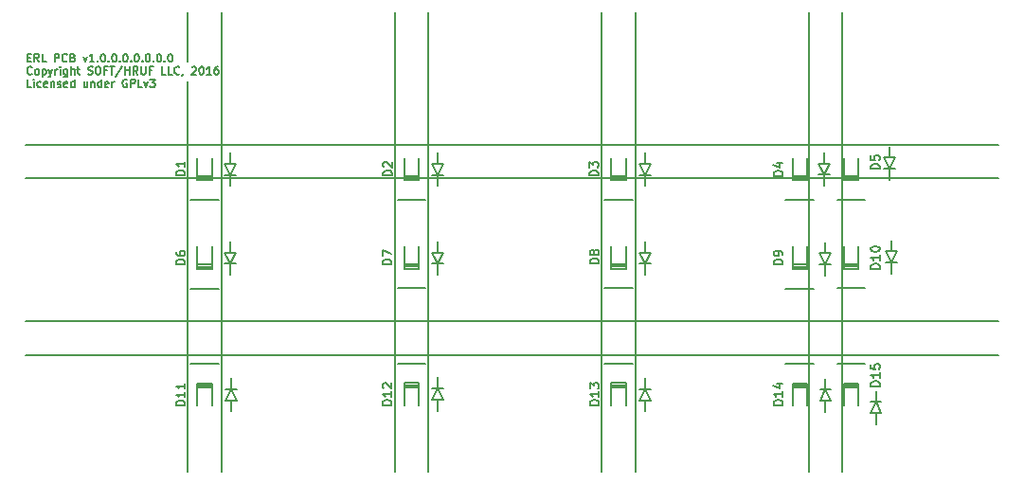
<source format=gto>
G04 #@! TF.FileFunction,Legend,Top*
%FSLAX46Y46*%
G04 Gerber Fmt 4.6, Leading zero omitted, Abs format (unit mm)*
G04 Created by KiCad (PCBNEW 4.0.1-stable) date Sunday, May 29, 2016 'PMt' 06:37:48 PM*
%MOMM*%
G01*
G04 APERTURE LIST*
%ADD10C,0.100000*%
%ADD11C,0.200000*%
%ADD12C,0.150000*%
G04 APERTURE END LIST*
D10*
D11*
X19314398Y-14499468D02*
X19814398Y-14499468D01*
X19814398Y-14499468D02*
X19314398Y-15499468D01*
X19814398Y-15499468D02*
X18814398Y-15499468D01*
X19317436Y-22444136D02*
X18817436Y-22444136D01*
X19317436Y-23444136D02*
X19317436Y-24444136D01*
X18817436Y-22444136D02*
X19317436Y-23444136D01*
X19817436Y-23444136D02*
X18817436Y-23444136D01*
X19317436Y-22444136D02*
X19817436Y-22444136D01*
X19817436Y-22444136D02*
X19317436Y-23444136D01*
X19317436Y-21444136D02*
X19317436Y-22444136D01*
X19314398Y-14499468D02*
X18814398Y-14499468D01*
X19314398Y-15499468D02*
X19314398Y-16499468D01*
X19314398Y-13499468D02*
X19314398Y-14499468D01*
X18814398Y-14499468D02*
X19314398Y-15499468D01*
X37814398Y-14499468D02*
X38314398Y-14499468D01*
X38314398Y-14499468D02*
X37814398Y-15499468D01*
X38314398Y-15499468D02*
X37314398Y-15499468D01*
X37817436Y-22444136D02*
X37317436Y-22444136D01*
X37817436Y-23444136D02*
X37817436Y-24444136D01*
X37317436Y-22444136D02*
X37817436Y-23444136D01*
X38317436Y-23444136D02*
X37317436Y-23444136D01*
X37817436Y-22444136D02*
X38317436Y-22444136D01*
X38317436Y-22444136D02*
X37817436Y-23444136D01*
X37817436Y-21444136D02*
X37817436Y-22444136D01*
X37814398Y-14499468D02*
X37314398Y-14499468D01*
X37814398Y-15499468D02*
X37814398Y-16499468D01*
X37814398Y-13499468D02*
X37814398Y-14499468D01*
X37314398Y-14499468D02*
X37814398Y-15499468D01*
X77000000Y-35800000D02*
X77000000Y-34800000D01*
X77000000Y-36800000D02*
X77500000Y-36800000D01*
X77500000Y-36800000D02*
X77000000Y-35800000D01*
X76500000Y-35800000D02*
X77500000Y-35800000D01*
X77000000Y-36800000D02*
X76500000Y-36800000D01*
X77000000Y-37800000D02*
X77000000Y-36800000D01*
X76500000Y-36800000D02*
X77000000Y-35800000D01*
X72500000Y-34700000D02*
X72500000Y-33700000D01*
X72500000Y-35700000D02*
X73000000Y-35700000D01*
X73000000Y-35700000D02*
X72500000Y-34700000D01*
X72000000Y-34700000D02*
X73000000Y-34700000D01*
X72500000Y-35700000D02*
X72000000Y-35700000D01*
X72500000Y-36700000D02*
X72500000Y-35700000D01*
X72000000Y-35700000D02*
X72500000Y-34700000D01*
X18850000Y-34650000D02*
X19850000Y-34650000D01*
X19350000Y-34650000D02*
X19350000Y-33650000D01*
X19850000Y-35650000D02*
X19350000Y-34650000D01*
X19350000Y-35650000D02*
X19850000Y-35650000D01*
X18850000Y-35650000D02*
X19350000Y-34650000D01*
X19350000Y-35650000D02*
X18850000Y-35650000D01*
X19350000Y-36650000D02*
X19350000Y-35650000D01*
X37350000Y-34600000D02*
X38350000Y-34600000D01*
X37850000Y-34600000D02*
X37850000Y-33600000D01*
X38350000Y-35600000D02*
X37850000Y-34600000D01*
X37850000Y-35600000D02*
X38350000Y-35600000D01*
X37350000Y-35600000D02*
X37850000Y-34600000D01*
X37850000Y-35600000D02*
X37350000Y-35600000D01*
X37850000Y-36600000D02*
X37850000Y-35600000D01*
X72454736Y-22508258D02*
X71954736Y-22508258D01*
X71954736Y-22508258D02*
X72454736Y-23508258D01*
X72454736Y-21508258D02*
X72454736Y-22508258D01*
X72454736Y-22508258D02*
X72954736Y-22508258D01*
X72954736Y-22508258D02*
X72454736Y-23508258D01*
X72454736Y-23508258D02*
X72454736Y-24508258D01*
X72954736Y-23508258D02*
X71954736Y-23508258D01*
X78390218Y-22342850D02*
X77890218Y-22342850D01*
X77890218Y-22342850D02*
X78390218Y-23342850D01*
X78390218Y-21342850D02*
X78390218Y-22342850D01*
X78390218Y-22342850D02*
X78890218Y-22342850D01*
X78890218Y-22342850D02*
X78390218Y-23342850D01*
X78390218Y-23342850D02*
X78390218Y-24342850D01*
X78890218Y-23342850D02*
X77890218Y-23342850D01*
X78244046Y-13960606D02*
X77744046Y-13960606D01*
X77744046Y-13960606D02*
X78244046Y-14960606D01*
X78244046Y-12960606D02*
X78244046Y-13960606D01*
X78244046Y-13960606D02*
X78744046Y-13960606D01*
X78744046Y-13960606D02*
X78244046Y-14960606D01*
X78244046Y-14960606D02*
X78244046Y-15960606D01*
X78744046Y-14960606D02*
X77744046Y-14960606D01*
X72357998Y-14483836D02*
X71857998Y-14483836D01*
X71857998Y-14483836D02*
X72357998Y-15483836D01*
X72357998Y-13483836D02*
X72357998Y-14483836D01*
X72357998Y-14483836D02*
X72857998Y-14483836D01*
X72857998Y-14483836D02*
X72357998Y-15483836D01*
X72357998Y-15483836D02*
X72357998Y-16483836D01*
X72857998Y-15483836D02*
X71857998Y-15483836D01*
X56364398Y-13499468D02*
X56364398Y-14499468D01*
X55864398Y-14499468D02*
X56364398Y-15499468D01*
X56364398Y-15499468D02*
X56364398Y-16499468D01*
X56864398Y-14499468D02*
X56364398Y-15499468D01*
X56864398Y-15499468D02*
X55864398Y-15499468D01*
X56364398Y-14499468D02*
X56864398Y-14499468D01*
X56364398Y-14499468D02*
X55864398Y-14499468D01*
X56367436Y-23444136D02*
X56367436Y-24444136D01*
X56867436Y-23444136D02*
X55867436Y-23444136D01*
X56367436Y-21444136D02*
X56367436Y-22444136D01*
X56867436Y-22444136D02*
X56367436Y-23444136D01*
X56367436Y-22444136D02*
X56867436Y-22444136D01*
X56367436Y-22444136D02*
X55867436Y-22444136D01*
X55867436Y-22444136D02*
X56367436Y-23444136D01*
X56900000Y-35650000D02*
X56400000Y-34650000D01*
X56400000Y-35650000D02*
X56900000Y-35650000D01*
X55900000Y-34650000D02*
X56900000Y-34650000D01*
X56400000Y-34650000D02*
X56400000Y-33650000D01*
X55900000Y-35650000D02*
X56400000Y-34650000D01*
X56400000Y-35650000D02*
X55900000Y-35650000D01*
X56400000Y-36650000D02*
X56400000Y-35650000D01*
X15500000Y-1000000D02*
X15500000Y-5350000D01*
X1000000Y-31600000D02*
X88000000Y-31600000D01*
X1000000Y-28600000D02*
X88000000Y-28600000D01*
X1000000Y-15800000D02*
X88000000Y-15800000D01*
X1000000Y-12800000D02*
X88000000Y-12800000D01*
X71000000Y-1000000D02*
X71000000Y-42000000D01*
X52500000Y-1000000D02*
X52500000Y-42000000D01*
X34000000Y-1000000D02*
X34000000Y-42000000D01*
X74000000Y-1000000D02*
X74000000Y-42000000D01*
X55500000Y-1000000D02*
X55500000Y-42000000D01*
X37000000Y-1000000D02*
X37000000Y-42000000D01*
X18500000Y-1000000D02*
X18500000Y-42000000D01*
X15500000Y-7150000D02*
X15500000Y-42000000D01*
D12*
X1166667Y-5020000D02*
X1400000Y-5020000D01*
X1500000Y-5386667D02*
X1166667Y-5386667D01*
X1166667Y-4686667D01*
X1500000Y-4686667D01*
X2200000Y-5386667D02*
X1966666Y-5053333D01*
X1800000Y-5386667D02*
X1800000Y-4686667D01*
X2066666Y-4686667D01*
X2133333Y-4720000D01*
X2166666Y-4753333D01*
X2200000Y-4820000D01*
X2200000Y-4920000D01*
X2166666Y-4986667D01*
X2133333Y-5020000D01*
X2066666Y-5053333D01*
X1800000Y-5053333D01*
X2833333Y-5386667D02*
X2500000Y-5386667D01*
X2500000Y-4686667D01*
X3600000Y-5386667D02*
X3600000Y-4686667D01*
X3866666Y-4686667D01*
X3933333Y-4720000D01*
X3966666Y-4753333D01*
X4000000Y-4820000D01*
X4000000Y-4920000D01*
X3966666Y-4986667D01*
X3933333Y-5020000D01*
X3866666Y-5053333D01*
X3600000Y-5053333D01*
X4700000Y-5320000D02*
X4666666Y-5353333D01*
X4566666Y-5386667D01*
X4500000Y-5386667D01*
X4400000Y-5353333D01*
X4333333Y-5286667D01*
X4300000Y-5220000D01*
X4266666Y-5086667D01*
X4266666Y-4986667D01*
X4300000Y-4853333D01*
X4333333Y-4786667D01*
X4400000Y-4720000D01*
X4500000Y-4686667D01*
X4566666Y-4686667D01*
X4666666Y-4720000D01*
X4700000Y-4753333D01*
X5233333Y-5020000D02*
X5333333Y-5053333D01*
X5366666Y-5086667D01*
X5400000Y-5153333D01*
X5400000Y-5253333D01*
X5366666Y-5320000D01*
X5333333Y-5353333D01*
X5266666Y-5386667D01*
X5000000Y-5386667D01*
X5000000Y-4686667D01*
X5233333Y-4686667D01*
X5300000Y-4720000D01*
X5333333Y-4753333D01*
X5366666Y-4820000D01*
X5366666Y-4886667D01*
X5333333Y-4953333D01*
X5300000Y-4986667D01*
X5233333Y-5020000D01*
X5000000Y-5020000D01*
X6166666Y-4920000D02*
X6333333Y-5386667D01*
X6499999Y-4920000D01*
X7133332Y-5386667D02*
X6733332Y-5386667D01*
X6933332Y-5386667D02*
X6933332Y-4686667D01*
X6866666Y-4786667D01*
X6799999Y-4853333D01*
X6733332Y-4886667D01*
X7433333Y-5320000D02*
X7466666Y-5353333D01*
X7433333Y-5386667D01*
X7399999Y-5353333D01*
X7433333Y-5320000D01*
X7433333Y-5386667D01*
X7899999Y-4686667D02*
X7966666Y-4686667D01*
X8033332Y-4720000D01*
X8066666Y-4753333D01*
X8099999Y-4820000D01*
X8133332Y-4953333D01*
X8133332Y-5120000D01*
X8099999Y-5253333D01*
X8066666Y-5320000D01*
X8033332Y-5353333D01*
X7966666Y-5386667D01*
X7899999Y-5386667D01*
X7833332Y-5353333D01*
X7799999Y-5320000D01*
X7766666Y-5253333D01*
X7733332Y-5120000D01*
X7733332Y-4953333D01*
X7766666Y-4820000D01*
X7799999Y-4753333D01*
X7833332Y-4720000D01*
X7899999Y-4686667D01*
X8433333Y-5320000D02*
X8466666Y-5353333D01*
X8433333Y-5386667D01*
X8399999Y-5353333D01*
X8433333Y-5320000D01*
X8433333Y-5386667D01*
X8899999Y-4686667D02*
X8966666Y-4686667D01*
X9033332Y-4720000D01*
X9066666Y-4753333D01*
X9099999Y-4820000D01*
X9133332Y-4953333D01*
X9133332Y-5120000D01*
X9099999Y-5253333D01*
X9066666Y-5320000D01*
X9033332Y-5353333D01*
X8966666Y-5386667D01*
X8899999Y-5386667D01*
X8833332Y-5353333D01*
X8799999Y-5320000D01*
X8766666Y-5253333D01*
X8733332Y-5120000D01*
X8733332Y-4953333D01*
X8766666Y-4820000D01*
X8799999Y-4753333D01*
X8833332Y-4720000D01*
X8899999Y-4686667D01*
X9433333Y-5320000D02*
X9466666Y-5353333D01*
X9433333Y-5386667D01*
X9399999Y-5353333D01*
X9433333Y-5320000D01*
X9433333Y-5386667D01*
X9899999Y-4686667D02*
X9966666Y-4686667D01*
X10033332Y-4720000D01*
X10066666Y-4753333D01*
X10099999Y-4820000D01*
X10133332Y-4953333D01*
X10133332Y-5120000D01*
X10099999Y-5253333D01*
X10066666Y-5320000D01*
X10033332Y-5353333D01*
X9966666Y-5386667D01*
X9899999Y-5386667D01*
X9833332Y-5353333D01*
X9799999Y-5320000D01*
X9766666Y-5253333D01*
X9733332Y-5120000D01*
X9733332Y-4953333D01*
X9766666Y-4820000D01*
X9799999Y-4753333D01*
X9833332Y-4720000D01*
X9899999Y-4686667D01*
X10433333Y-5320000D02*
X10466666Y-5353333D01*
X10433333Y-5386667D01*
X10399999Y-5353333D01*
X10433333Y-5320000D01*
X10433333Y-5386667D01*
X10899999Y-4686667D02*
X10966666Y-4686667D01*
X11033332Y-4720000D01*
X11066666Y-4753333D01*
X11099999Y-4820000D01*
X11133332Y-4953333D01*
X11133332Y-5120000D01*
X11099999Y-5253333D01*
X11066666Y-5320000D01*
X11033332Y-5353333D01*
X10966666Y-5386667D01*
X10899999Y-5386667D01*
X10833332Y-5353333D01*
X10799999Y-5320000D01*
X10766666Y-5253333D01*
X10733332Y-5120000D01*
X10733332Y-4953333D01*
X10766666Y-4820000D01*
X10799999Y-4753333D01*
X10833332Y-4720000D01*
X10899999Y-4686667D01*
X11433333Y-5320000D02*
X11466666Y-5353333D01*
X11433333Y-5386667D01*
X11399999Y-5353333D01*
X11433333Y-5320000D01*
X11433333Y-5386667D01*
X11899999Y-4686667D02*
X11966666Y-4686667D01*
X12033332Y-4720000D01*
X12066666Y-4753333D01*
X12099999Y-4820000D01*
X12133332Y-4953333D01*
X12133332Y-5120000D01*
X12099999Y-5253333D01*
X12066666Y-5320000D01*
X12033332Y-5353333D01*
X11966666Y-5386667D01*
X11899999Y-5386667D01*
X11833332Y-5353333D01*
X11799999Y-5320000D01*
X11766666Y-5253333D01*
X11733332Y-5120000D01*
X11733332Y-4953333D01*
X11766666Y-4820000D01*
X11799999Y-4753333D01*
X11833332Y-4720000D01*
X11899999Y-4686667D01*
X12433333Y-5320000D02*
X12466666Y-5353333D01*
X12433333Y-5386667D01*
X12399999Y-5353333D01*
X12433333Y-5320000D01*
X12433333Y-5386667D01*
X12899999Y-4686667D02*
X12966666Y-4686667D01*
X13033332Y-4720000D01*
X13066666Y-4753333D01*
X13099999Y-4820000D01*
X13133332Y-4953333D01*
X13133332Y-5120000D01*
X13099999Y-5253333D01*
X13066666Y-5320000D01*
X13033332Y-5353333D01*
X12966666Y-5386667D01*
X12899999Y-5386667D01*
X12833332Y-5353333D01*
X12799999Y-5320000D01*
X12766666Y-5253333D01*
X12733332Y-5120000D01*
X12733332Y-4953333D01*
X12766666Y-4820000D01*
X12799999Y-4753333D01*
X12833332Y-4720000D01*
X12899999Y-4686667D01*
X13433333Y-5320000D02*
X13466666Y-5353333D01*
X13433333Y-5386667D01*
X13399999Y-5353333D01*
X13433333Y-5320000D01*
X13433333Y-5386667D01*
X13899999Y-4686667D02*
X13966666Y-4686667D01*
X14033332Y-4720000D01*
X14066666Y-4753333D01*
X14099999Y-4820000D01*
X14133332Y-4953333D01*
X14133332Y-5120000D01*
X14099999Y-5253333D01*
X14066666Y-5320000D01*
X14033332Y-5353333D01*
X13966666Y-5386667D01*
X13899999Y-5386667D01*
X13833332Y-5353333D01*
X13799999Y-5320000D01*
X13766666Y-5253333D01*
X13733332Y-5120000D01*
X13733332Y-4953333D01*
X13766666Y-4820000D01*
X13799999Y-4753333D01*
X13833332Y-4720000D01*
X13899999Y-4686667D01*
X1566667Y-6450000D02*
X1533333Y-6483333D01*
X1433333Y-6516667D01*
X1366667Y-6516667D01*
X1266667Y-6483333D01*
X1200000Y-6416667D01*
X1166667Y-6350000D01*
X1133333Y-6216667D01*
X1133333Y-6116667D01*
X1166667Y-5983333D01*
X1200000Y-5916667D01*
X1266667Y-5850000D01*
X1366667Y-5816667D01*
X1433333Y-5816667D01*
X1533333Y-5850000D01*
X1566667Y-5883333D01*
X1966667Y-6516667D02*
X1900000Y-6483333D01*
X1866667Y-6450000D01*
X1833333Y-6383333D01*
X1833333Y-6183333D01*
X1866667Y-6116667D01*
X1900000Y-6083333D01*
X1966667Y-6050000D01*
X2066667Y-6050000D01*
X2133333Y-6083333D01*
X2166667Y-6116667D01*
X2200000Y-6183333D01*
X2200000Y-6383333D01*
X2166667Y-6450000D01*
X2133333Y-6483333D01*
X2066667Y-6516667D01*
X1966667Y-6516667D01*
X2500000Y-6050000D02*
X2500000Y-6750000D01*
X2500000Y-6083333D02*
X2566666Y-6050000D01*
X2700000Y-6050000D01*
X2766666Y-6083333D01*
X2800000Y-6116667D01*
X2833333Y-6183333D01*
X2833333Y-6383333D01*
X2800000Y-6450000D01*
X2766666Y-6483333D01*
X2700000Y-6516667D01*
X2566666Y-6516667D01*
X2500000Y-6483333D01*
X3066666Y-6050000D02*
X3233333Y-6516667D01*
X3399999Y-6050000D02*
X3233333Y-6516667D01*
X3166666Y-6683333D01*
X3133333Y-6716667D01*
X3066666Y-6750000D01*
X3666666Y-6516667D02*
X3666666Y-6050000D01*
X3666666Y-6183333D02*
X3699999Y-6116667D01*
X3733332Y-6083333D01*
X3799999Y-6050000D01*
X3866666Y-6050000D01*
X4099999Y-6516667D02*
X4099999Y-6050000D01*
X4099999Y-5816667D02*
X4066665Y-5850000D01*
X4099999Y-5883333D01*
X4133332Y-5850000D01*
X4099999Y-5816667D01*
X4099999Y-5883333D01*
X4733332Y-6050000D02*
X4733332Y-6616667D01*
X4699998Y-6683333D01*
X4666665Y-6716667D01*
X4599998Y-6750000D01*
X4499998Y-6750000D01*
X4433332Y-6716667D01*
X4733332Y-6483333D02*
X4666665Y-6516667D01*
X4533332Y-6516667D01*
X4466665Y-6483333D01*
X4433332Y-6450000D01*
X4399998Y-6383333D01*
X4399998Y-6183333D01*
X4433332Y-6116667D01*
X4466665Y-6083333D01*
X4533332Y-6050000D01*
X4666665Y-6050000D01*
X4733332Y-6083333D01*
X5066665Y-6516667D02*
X5066665Y-5816667D01*
X5366665Y-6516667D02*
X5366665Y-6150000D01*
X5333331Y-6083333D01*
X5266665Y-6050000D01*
X5166665Y-6050000D01*
X5099998Y-6083333D01*
X5066665Y-6116667D01*
X5599998Y-6050000D02*
X5866664Y-6050000D01*
X5699998Y-5816667D02*
X5699998Y-6416667D01*
X5733331Y-6483333D01*
X5799998Y-6516667D01*
X5866664Y-6516667D01*
X6599997Y-6483333D02*
X6699997Y-6516667D01*
X6866664Y-6516667D01*
X6933331Y-6483333D01*
X6966664Y-6450000D01*
X6999997Y-6383333D01*
X6999997Y-6316667D01*
X6966664Y-6250000D01*
X6933331Y-6216667D01*
X6866664Y-6183333D01*
X6733331Y-6150000D01*
X6666664Y-6116667D01*
X6633331Y-6083333D01*
X6599997Y-6016667D01*
X6599997Y-5950000D01*
X6633331Y-5883333D01*
X6666664Y-5850000D01*
X6733331Y-5816667D01*
X6899997Y-5816667D01*
X6999997Y-5850000D01*
X7433331Y-5816667D02*
X7566664Y-5816667D01*
X7633331Y-5850000D01*
X7699998Y-5916667D01*
X7733331Y-6050000D01*
X7733331Y-6283333D01*
X7699998Y-6416667D01*
X7633331Y-6483333D01*
X7566664Y-6516667D01*
X7433331Y-6516667D01*
X7366664Y-6483333D01*
X7299998Y-6416667D01*
X7266664Y-6283333D01*
X7266664Y-6050000D01*
X7299998Y-5916667D01*
X7366664Y-5850000D01*
X7433331Y-5816667D01*
X8266664Y-6150000D02*
X8033331Y-6150000D01*
X8033331Y-6516667D02*
X8033331Y-5816667D01*
X8366664Y-5816667D01*
X8533331Y-5816667D02*
X8933331Y-5816667D01*
X8733331Y-6516667D02*
X8733331Y-5816667D01*
X9666664Y-5783333D02*
X9066664Y-6683333D01*
X9899997Y-6516667D02*
X9899997Y-5816667D01*
X9899997Y-6150000D02*
X10299997Y-6150000D01*
X10299997Y-6516667D02*
X10299997Y-5816667D01*
X11033330Y-6516667D02*
X10799996Y-6183333D01*
X10633330Y-6516667D02*
X10633330Y-5816667D01*
X10899996Y-5816667D01*
X10966663Y-5850000D01*
X10999996Y-5883333D01*
X11033330Y-5950000D01*
X11033330Y-6050000D01*
X10999996Y-6116667D01*
X10966663Y-6150000D01*
X10899996Y-6183333D01*
X10633330Y-6183333D01*
X11333330Y-5816667D02*
X11333330Y-6383333D01*
X11366663Y-6450000D01*
X11399996Y-6483333D01*
X11466663Y-6516667D01*
X11599996Y-6516667D01*
X11666663Y-6483333D01*
X11699996Y-6450000D01*
X11733330Y-6383333D01*
X11733330Y-5816667D01*
X12299996Y-6150000D02*
X12066663Y-6150000D01*
X12066663Y-6516667D02*
X12066663Y-5816667D01*
X12399996Y-5816667D01*
X13533329Y-6516667D02*
X13199996Y-6516667D01*
X13199996Y-5816667D01*
X14099996Y-6516667D02*
X13766663Y-6516667D01*
X13766663Y-5816667D01*
X14733330Y-6450000D02*
X14699996Y-6483333D01*
X14599996Y-6516667D01*
X14533330Y-6516667D01*
X14433330Y-6483333D01*
X14366663Y-6416667D01*
X14333330Y-6350000D01*
X14299996Y-6216667D01*
X14299996Y-6116667D01*
X14333330Y-5983333D01*
X14366663Y-5916667D01*
X14433330Y-5850000D01*
X14533330Y-5816667D01*
X14599996Y-5816667D01*
X14699996Y-5850000D01*
X14733330Y-5883333D01*
X15066663Y-6483333D02*
X15066663Y-6516667D01*
X15033330Y-6583333D01*
X14999996Y-6616667D01*
X15866662Y-5883333D02*
X15899996Y-5850000D01*
X15966662Y-5816667D01*
X16133329Y-5816667D01*
X16199996Y-5850000D01*
X16233329Y-5883333D01*
X16266662Y-5950000D01*
X16266662Y-6016667D01*
X16233329Y-6116667D01*
X15833329Y-6516667D01*
X16266662Y-6516667D01*
X16699996Y-5816667D02*
X16766663Y-5816667D01*
X16833329Y-5850000D01*
X16866663Y-5883333D01*
X16899996Y-5950000D01*
X16933329Y-6083333D01*
X16933329Y-6250000D01*
X16899996Y-6383333D01*
X16866663Y-6450000D01*
X16833329Y-6483333D01*
X16766663Y-6516667D01*
X16699996Y-6516667D01*
X16633329Y-6483333D01*
X16599996Y-6450000D01*
X16566663Y-6383333D01*
X16533329Y-6250000D01*
X16533329Y-6083333D01*
X16566663Y-5950000D01*
X16599996Y-5883333D01*
X16633329Y-5850000D01*
X16699996Y-5816667D01*
X17599996Y-6516667D02*
X17199996Y-6516667D01*
X17399996Y-6516667D02*
X17399996Y-5816667D01*
X17333330Y-5916667D01*
X17266663Y-5983333D01*
X17199996Y-6016667D01*
X18199997Y-5816667D02*
X18066663Y-5816667D01*
X17999997Y-5850000D01*
X17966663Y-5883333D01*
X17899997Y-5983333D01*
X17866663Y-6116667D01*
X17866663Y-6383333D01*
X17899997Y-6450000D01*
X17933330Y-6483333D01*
X17999997Y-6516667D01*
X18133330Y-6516667D01*
X18199997Y-6483333D01*
X18233330Y-6450000D01*
X18266663Y-6383333D01*
X18266663Y-6216667D01*
X18233330Y-6150000D01*
X18199997Y-6116667D01*
X18133330Y-6083333D01*
X17999997Y-6083333D01*
X17933330Y-6116667D01*
X17899997Y-6150000D01*
X17866663Y-6216667D01*
X1500000Y-7646667D02*
X1166667Y-7646667D01*
X1166667Y-6946667D01*
X1733334Y-7646667D02*
X1733334Y-7180000D01*
X1733334Y-6946667D02*
X1700000Y-6980000D01*
X1733334Y-7013333D01*
X1766667Y-6980000D01*
X1733334Y-6946667D01*
X1733334Y-7013333D01*
X2366667Y-7613333D02*
X2300000Y-7646667D01*
X2166667Y-7646667D01*
X2100000Y-7613333D01*
X2066667Y-7580000D01*
X2033333Y-7513333D01*
X2033333Y-7313333D01*
X2066667Y-7246667D01*
X2100000Y-7213333D01*
X2166667Y-7180000D01*
X2300000Y-7180000D01*
X2366667Y-7213333D01*
X2933333Y-7613333D02*
X2866667Y-7646667D01*
X2733333Y-7646667D01*
X2666667Y-7613333D01*
X2633333Y-7546667D01*
X2633333Y-7280000D01*
X2666667Y-7213333D01*
X2733333Y-7180000D01*
X2866667Y-7180000D01*
X2933333Y-7213333D01*
X2966667Y-7280000D01*
X2966667Y-7346667D01*
X2633333Y-7413333D01*
X3266667Y-7180000D02*
X3266667Y-7646667D01*
X3266667Y-7246667D02*
X3300000Y-7213333D01*
X3366667Y-7180000D01*
X3466667Y-7180000D01*
X3533333Y-7213333D01*
X3566667Y-7280000D01*
X3566667Y-7646667D01*
X3866666Y-7613333D02*
X3933333Y-7646667D01*
X4066666Y-7646667D01*
X4133333Y-7613333D01*
X4166666Y-7546667D01*
X4166666Y-7513333D01*
X4133333Y-7446667D01*
X4066666Y-7413333D01*
X3966666Y-7413333D01*
X3900000Y-7380000D01*
X3866666Y-7313333D01*
X3866666Y-7280000D01*
X3900000Y-7213333D01*
X3966666Y-7180000D01*
X4066666Y-7180000D01*
X4133333Y-7213333D01*
X4733333Y-7613333D02*
X4666667Y-7646667D01*
X4533333Y-7646667D01*
X4466667Y-7613333D01*
X4433333Y-7546667D01*
X4433333Y-7280000D01*
X4466667Y-7213333D01*
X4533333Y-7180000D01*
X4666667Y-7180000D01*
X4733333Y-7213333D01*
X4766667Y-7280000D01*
X4766667Y-7346667D01*
X4433333Y-7413333D01*
X5366667Y-7646667D02*
X5366667Y-6946667D01*
X5366667Y-7613333D02*
X5300000Y-7646667D01*
X5166667Y-7646667D01*
X5100000Y-7613333D01*
X5066667Y-7580000D01*
X5033333Y-7513333D01*
X5033333Y-7313333D01*
X5066667Y-7246667D01*
X5100000Y-7213333D01*
X5166667Y-7180000D01*
X5300000Y-7180000D01*
X5366667Y-7213333D01*
X6533333Y-7180000D02*
X6533333Y-7646667D01*
X6233333Y-7180000D02*
X6233333Y-7546667D01*
X6266666Y-7613333D01*
X6333333Y-7646667D01*
X6433333Y-7646667D01*
X6499999Y-7613333D01*
X6533333Y-7580000D01*
X6866666Y-7180000D02*
X6866666Y-7646667D01*
X6866666Y-7246667D02*
X6899999Y-7213333D01*
X6966666Y-7180000D01*
X7066666Y-7180000D01*
X7133332Y-7213333D01*
X7166666Y-7280000D01*
X7166666Y-7646667D01*
X7799999Y-7646667D02*
X7799999Y-6946667D01*
X7799999Y-7613333D02*
X7733332Y-7646667D01*
X7599999Y-7646667D01*
X7533332Y-7613333D01*
X7499999Y-7580000D01*
X7466665Y-7513333D01*
X7466665Y-7313333D01*
X7499999Y-7246667D01*
X7533332Y-7213333D01*
X7599999Y-7180000D01*
X7733332Y-7180000D01*
X7799999Y-7213333D01*
X8399998Y-7613333D02*
X8333332Y-7646667D01*
X8199998Y-7646667D01*
X8133332Y-7613333D01*
X8099998Y-7546667D01*
X8099998Y-7280000D01*
X8133332Y-7213333D01*
X8199998Y-7180000D01*
X8333332Y-7180000D01*
X8399998Y-7213333D01*
X8433332Y-7280000D01*
X8433332Y-7346667D01*
X8099998Y-7413333D01*
X8733332Y-7646667D02*
X8733332Y-7180000D01*
X8733332Y-7313333D02*
X8766665Y-7246667D01*
X8799998Y-7213333D01*
X8866665Y-7180000D01*
X8933332Y-7180000D01*
X10066664Y-6980000D02*
X9999998Y-6946667D01*
X9899998Y-6946667D01*
X9799998Y-6980000D01*
X9733331Y-7046667D01*
X9699998Y-7113333D01*
X9666664Y-7246667D01*
X9666664Y-7346667D01*
X9699998Y-7480000D01*
X9733331Y-7546667D01*
X9799998Y-7613333D01*
X9899998Y-7646667D01*
X9966664Y-7646667D01*
X10066664Y-7613333D01*
X10099998Y-7580000D01*
X10099998Y-7346667D01*
X9966664Y-7346667D01*
X10399998Y-7646667D02*
X10399998Y-6946667D01*
X10666664Y-6946667D01*
X10733331Y-6980000D01*
X10766664Y-7013333D01*
X10799998Y-7080000D01*
X10799998Y-7180000D01*
X10766664Y-7246667D01*
X10733331Y-7280000D01*
X10666664Y-7313333D01*
X10399998Y-7313333D01*
X11433331Y-7646667D02*
X11099998Y-7646667D01*
X11099998Y-6946667D01*
X11599998Y-7180000D02*
X11766665Y-7646667D01*
X11933331Y-7180000D01*
X12133331Y-6946667D02*
X12566664Y-6946667D01*
X12333331Y-7213333D01*
X12433331Y-7213333D01*
X12499998Y-7246667D01*
X12533331Y-7280000D01*
X12566664Y-7346667D01*
X12566664Y-7513333D01*
X12533331Y-7580000D01*
X12499998Y-7613333D01*
X12433331Y-7646667D01*
X12233331Y-7646667D01*
X12166664Y-7613333D01*
X12133331Y-7580000D01*
X18250000Y-17725000D02*
X15750000Y-17725000D01*
X17650000Y-15975000D02*
X16350000Y-15975000D01*
X16350000Y-15575000D02*
X17650000Y-15575000D01*
X17650000Y-15775000D02*
X16350000Y-15775000D01*
X17650000Y-13975000D02*
X17650000Y-15975000D01*
X16350000Y-15975000D02*
X16350000Y-13975000D01*
X36750000Y-17725000D02*
X34250000Y-17725000D01*
X36150000Y-15975000D02*
X34850000Y-15975000D01*
X34850000Y-15575000D02*
X36150000Y-15575000D01*
X36150000Y-15775000D02*
X34850000Y-15775000D01*
X36150000Y-13975000D02*
X36150000Y-15975000D01*
X34850000Y-15975000D02*
X34850000Y-13975000D01*
X55250000Y-17725000D02*
X52750000Y-17725000D01*
X54650000Y-15975000D02*
X53350000Y-15975000D01*
X53350000Y-15575000D02*
X54650000Y-15575000D01*
X54650000Y-15775000D02*
X53350000Y-15775000D01*
X54650000Y-13975000D02*
X54650000Y-15975000D01*
X53350000Y-15975000D02*
X53350000Y-13975000D01*
X71450000Y-17725000D02*
X68950000Y-17725000D01*
X70850000Y-15975000D02*
X69550000Y-15975000D01*
X69550000Y-15575000D02*
X70850000Y-15575000D01*
X70850000Y-15775000D02*
X69550000Y-15775000D01*
X70850000Y-13975000D02*
X70850000Y-15975000D01*
X69550000Y-15975000D02*
X69550000Y-13975000D01*
X76050000Y-17725000D02*
X73550000Y-17725000D01*
X75450000Y-15975000D02*
X74150000Y-15975000D01*
X74150000Y-15575000D02*
X75450000Y-15575000D01*
X75450000Y-15775000D02*
X74150000Y-15775000D01*
X75450000Y-13975000D02*
X75450000Y-15975000D01*
X74150000Y-15975000D02*
X74150000Y-13975000D01*
X18250000Y-25650000D02*
X15750000Y-25650000D01*
X17650000Y-23900000D02*
X16350000Y-23900000D01*
X16350000Y-23500000D02*
X17650000Y-23500000D01*
X17650000Y-23700000D02*
X16350000Y-23700000D01*
X17650000Y-21900000D02*
X17650000Y-23900000D01*
X16350000Y-23900000D02*
X16350000Y-21900000D01*
X36750000Y-25625000D02*
X34250000Y-25625000D01*
X36150000Y-23875000D02*
X34850000Y-23875000D01*
X34850000Y-23475000D02*
X36150000Y-23475000D01*
X36150000Y-23675000D02*
X34850000Y-23675000D01*
X36150000Y-21875000D02*
X36150000Y-23875000D01*
X34850000Y-23875000D02*
X34850000Y-21875000D01*
X55250000Y-25625000D02*
X52750000Y-25625000D01*
X54650000Y-23875000D02*
X53350000Y-23875000D01*
X53350000Y-23475000D02*
X54650000Y-23475000D01*
X54650000Y-23675000D02*
X53350000Y-23675000D01*
X54650000Y-21875000D02*
X54650000Y-23875000D01*
X53350000Y-23875000D02*
X53350000Y-21875000D01*
X71450000Y-25650000D02*
X68950000Y-25650000D01*
X70850000Y-23900000D02*
X69550000Y-23900000D01*
X69550000Y-23500000D02*
X70850000Y-23500000D01*
X70850000Y-23700000D02*
X69550000Y-23700000D01*
X70850000Y-21900000D02*
X70850000Y-23900000D01*
X69550000Y-23900000D02*
X69550000Y-21900000D01*
X76050000Y-25625000D02*
X73550000Y-25625000D01*
X75450000Y-23875000D02*
X74150000Y-23875000D01*
X74150000Y-23475000D02*
X75450000Y-23475000D01*
X75450000Y-23675000D02*
X74150000Y-23675000D01*
X75450000Y-21875000D02*
X75450000Y-23875000D01*
X74150000Y-23875000D02*
X74150000Y-21875000D01*
X15750000Y-32375000D02*
X18250000Y-32375000D01*
X16350000Y-34125000D02*
X17650000Y-34125000D01*
X17650000Y-34525000D02*
X16350000Y-34525000D01*
X16350000Y-34325000D02*
X17650000Y-34325000D01*
X16350000Y-36125000D02*
X16350000Y-34125000D01*
X17650000Y-34125000D02*
X17650000Y-36125000D01*
X34250000Y-32350000D02*
X36750000Y-32350000D01*
X34850000Y-34100000D02*
X36150000Y-34100000D01*
X36150000Y-34500000D02*
X34850000Y-34500000D01*
X34850000Y-34300000D02*
X36150000Y-34300000D01*
X34850000Y-36100000D02*
X34850000Y-34100000D01*
X36150000Y-34100000D02*
X36150000Y-36100000D01*
X52750000Y-32350000D02*
X55250000Y-32350000D01*
X53350000Y-34100000D02*
X54650000Y-34100000D01*
X54650000Y-34500000D02*
X53350000Y-34500000D01*
X53350000Y-34300000D02*
X54650000Y-34300000D01*
X53350000Y-36100000D02*
X53350000Y-34100000D01*
X54650000Y-34100000D02*
X54650000Y-36100000D01*
X68950000Y-32375000D02*
X71450000Y-32375000D01*
X69550000Y-34125000D02*
X70850000Y-34125000D01*
X70850000Y-34525000D02*
X69550000Y-34525000D01*
X69550000Y-34325000D02*
X70850000Y-34325000D01*
X69550000Y-36125000D02*
X69550000Y-34125000D01*
X70850000Y-34125000D02*
X70850000Y-36125000D01*
X73550000Y-32375000D02*
X76050000Y-32375000D01*
X74150000Y-34125000D02*
X75450000Y-34125000D01*
X75450000Y-34525000D02*
X74150000Y-34525000D01*
X74150000Y-34325000D02*
X75450000Y-34325000D01*
X74150000Y-36125000D02*
X74150000Y-34125000D01*
X75450000Y-34125000D02*
X75450000Y-36125000D01*
X15261905Y-15540476D02*
X14461905Y-15540476D01*
X14461905Y-15350000D01*
X14500000Y-15235714D01*
X14576190Y-15159523D01*
X14652381Y-15121428D01*
X14804762Y-15083333D01*
X14919048Y-15083333D01*
X15071429Y-15121428D01*
X15147619Y-15159523D01*
X15223810Y-15235714D01*
X15261905Y-15350000D01*
X15261905Y-15540476D01*
X15261905Y-14321428D02*
X15261905Y-14778571D01*
X15261905Y-14550000D02*
X14461905Y-14550000D01*
X14576190Y-14626190D01*
X14652381Y-14702381D01*
X14690476Y-14778571D01*
X33761905Y-15540476D02*
X32961905Y-15540476D01*
X32961905Y-15350000D01*
X33000000Y-15235714D01*
X33076190Y-15159523D01*
X33152381Y-15121428D01*
X33304762Y-15083333D01*
X33419048Y-15083333D01*
X33571429Y-15121428D01*
X33647619Y-15159523D01*
X33723810Y-15235714D01*
X33761905Y-15350000D01*
X33761905Y-15540476D01*
X33038095Y-14778571D02*
X33000000Y-14740476D01*
X32961905Y-14664285D01*
X32961905Y-14473809D01*
X33000000Y-14397619D01*
X33038095Y-14359523D01*
X33114286Y-14321428D01*
X33190476Y-14321428D01*
X33304762Y-14359523D01*
X33761905Y-14816666D01*
X33761905Y-14321428D01*
X52211905Y-15540476D02*
X51411905Y-15540476D01*
X51411905Y-15350000D01*
X51450000Y-15235714D01*
X51526190Y-15159523D01*
X51602381Y-15121428D01*
X51754762Y-15083333D01*
X51869048Y-15083333D01*
X52021429Y-15121428D01*
X52097619Y-15159523D01*
X52173810Y-15235714D01*
X52211905Y-15350000D01*
X52211905Y-15540476D01*
X51411905Y-14816666D02*
X51411905Y-14321428D01*
X51716667Y-14588095D01*
X51716667Y-14473809D01*
X51754762Y-14397619D01*
X51792857Y-14359523D01*
X51869048Y-14321428D01*
X52059524Y-14321428D01*
X52135714Y-14359523D01*
X52173810Y-14397619D01*
X52211905Y-14473809D01*
X52211905Y-14702381D01*
X52173810Y-14778571D01*
X52135714Y-14816666D01*
X68661905Y-15590476D02*
X67861905Y-15590476D01*
X67861905Y-15400000D01*
X67900000Y-15285714D01*
X67976190Y-15209523D01*
X68052381Y-15171428D01*
X68204762Y-15133333D01*
X68319048Y-15133333D01*
X68471429Y-15171428D01*
X68547619Y-15209523D01*
X68623810Y-15285714D01*
X68661905Y-15400000D01*
X68661905Y-15590476D01*
X68128571Y-14447619D02*
X68661905Y-14447619D01*
X67823810Y-14638095D02*
X68395238Y-14828571D01*
X68395238Y-14333333D01*
X77361905Y-14965476D02*
X76561905Y-14965476D01*
X76561905Y-14775000D01*
X76600000Y-14660714D01*
X76676190Y-14584523D01*
X76752381Y-14546428D01*
X76904762Y-14508333D01*
X77019048Y-14508333D01*
X77171429Y-14546428D01*
X77247619Y-14584523D01*
X77323810Y-14660714D01*
X77361905Y-14775000D01*
X77361905Y-14965476D01*
X76561905Y-13784523D02*
X76561905Y-14165476D01*
X76942857Y-14203571D01*
X76904762Y-14165476D01*
X76866667Y-14089285D01*
X76866667Y-13898809D01*
X76904762Y-13822619D01*
X76942857Y-13784523D01*
X77019048Y-13746428D01*
X77209524Y-13746428D01*
X77285714Y-13784523D01*
X77323810Y-13822619D01*
X77361905Y-13898809D01*
X77361905Y-14089285D01*
X77323810Y-14165476D01*
X77285714Y-14203571D01*
X15261905Y-23490476D02*
X14461905Y-23490476D01*
X14461905Y-23300000D01*
X14500000Y-23185714D01*
X14576190Y-23109523D01*
X14652381Y-23071428D01*
X14804762Y-23033333D01*
X14919048Y-23033333D01*
X15071429Y-23071428D01*
X15147619Y-23109523D01*
X15223810Y-23185714D01*
X15261905Y-23300000D01*
X15261905Y-23490476D01*
X14461905Y-22347619D02*
X14461905Y-22500000D01*
X14500000Y-22576190D01*
X14538095Y-22614285D01*
X14652381Y-22690476D01*
X14804762Y-22728571D01*
X15109524Y-22728571D01*
X15185714Y-22690476D01*
X15223810Y-22652381D01*
X15261905Y-22576190D01*
X15261905Y-22423809D01*
X15223810Y-22347619D01*
X15185714Y-22309523D01*
X15109524Y-22271428D01*
X14919048Y-22271428D01*
X14842857Y-22309523D01*
X14804762Y-22347619D01*
X14766667Y-22423809D01*
X14766667Y-22576190D01*
X14804762Y-22652381D01*
X14842857Y-22690476D01*
X14919048Y-22728571D01*
X33711905Y-23490476D02*
X32911905Y-23490476D01*
X32911905Y-23300000D01*
X32950000Y-23185714D01*
X33026190Y-23109523D01*
X33102381Y-23071428D01*
X33254762Y-23033333D01*
X33369048Y-23033333D01*
X33521429Y-23071428D01*
X33597619Y-23109523D01*
X33673810Y-23185714D01*
X33711905Y-23300000D01*
X33711905Y-23490476D01*
X32911905Y-22766666D02*
X32911905Y-22233333D01*
X33711905Y-22576190D01*
X52261905Y-23440476D02*
X51461905Y-23440476D01*
X51461905Y-23250000D01*
X51500000Y-23135714D01*
X51576190Y-23059523D01*
X51652381Y-23021428D01*
X51804762Y-22983333D01*
X51919048Y-22983333D01*
X52071429Y-23021428D01*
X52147619Y-23059523D01*
X52223810Y-23135714D01*
X52261905Y-23250000D01*
X52261905Y-23440476D01*
X51804762Y-22526190D02*
X51766667Y-22602381D01*
X51728571Y-22640476D01*
X51652381Y-22678571D01*
X51614286Y-22678571D01*
X51538095Y-22640476D01*
X51500000Y-22602381D01*
X51461905Y-22526190D01*
X51461905Y-22373809D01*
X51500000Y-22297619D01*
X51538095Y-22259523D01*
X51614286Y-22221428D01*
X51652381Y-22221428D01*
X51728571Y-22259523D01*
X51766667Y-22297619D01*
X51804762Y-22373809D01*
X51804762Y-22526190D01*
X51842857Y-22602381D01*
X51880952Y-22640476D01*
X51957143Y-22678571D01*
X52109524Y-22678571D01*
X52185714Y-22640476D01*
X52223810Y-22602381D01*
X52261905Y-22526190D01*
X52261905Y-22373809D01*
X52223810Y-22297619D01*
X52185714Y-22259523D01*
X52109524Y-22221428D01*
X51957143Y-22221428D01*
X51880952Y-22259523D01*
X51842857Y-22297619D01*
X51804762Y-22373809D01*
X68661905Y-23490476D02*
X67861905Y-23490476D01*
X67861905Y-23300000D01*
X67900000Y-23185714D01*
X67976190Y-23109523D01*
X68052381Y-23071428D01*
X68204762Y-23033333D01*
X68319048Y-23033333D01*
X68471429Y-23071428D01*
X68547619Y-23109523D01*
X68623810Y-23185714D01*
X68661905Y-23300000D01*
X68661905Y-23490476D01*
X68661905Y-22652381D02*
X68661905Y-22500000D01*
X68623810Y-22423809D01*
X68585714Y-22385714D01*
X68471429Y-22309523D01*
X68319048Y-22271428D01*
X68014286Y-22271428D01*
X67938095Y-22309523D01*
X67900000Y-22347619D01*
X67861905Y-22423809D01*
X67861905Y-22576190D01*
X67900000Y-22652381D01*
X67938095Y-22690476D01*
X68014286Y-22728571D01*
X68204762Y-22728571D01*
X68280952Y-22690476D01*
X68319048Y-22652381D01*
X68357143Y-22576190D01*
X68357143Y-22423809D01*
X68319048Y-22347619D01*
X68280952Y-22309523D01*
X68204762Y-22271428D01*
X77361905Y-23871429D02*
X76561905Y-23871429D01*
X76561905Y-23680953D01*
X76600000Y-23566667D01*
X76676190Y-23490476D01*
X76752381Y-23452381D01*
X76904762Y-23414286D01*
X77019048Y-23414286D01*
X77171429Y-23452381D01*
X77247619Y-23490476D01*
X77323810Y-23566667D01*
X77361905Y-23680953D01*
X77361905Y-23871429D01*
X77361905Y-22652381D02*
X77361905Y-23109524D01*
X77361905Y-22880953D02*
X76561905Y-22880953D01*
X76676190Y-22957143D01*
X76752381Y-23033334D01*
X76790476Y-23109524D01*
X76561905Y-22157143D02*
X76561905Y-22080952D01*
X76600000Y-22004762D01*
X76638095Y-21966667D01*
X76714286Y-21928571D01*
X76866667Y-21890476D01*
X77057143Y-21890476D01*
X77209524Y-21928571D01*
X77285714Y-21966667D01*
X77323810Y-22004762D01*
X77361905Y-22080952D01*
X77361905Y-22157143D01*
X77323810Y-22233333D01*
X77285714Y-22271429D01*
X77209524Y-22309524D01*
X77057143Y-22347619D01*
X76866667Y-22347619D01*
X76714286Y-22309524D01*
X76638095Y-22271429D01*
X76600000Y-22233333D01*
X76561905Y-22157143D01*
X15261905Y-36121429D02*
X14461905Y-36121429D01*
X14461905Y-35930953D01*
X14500000Y-35816667D01*
X14576190Y-35740476D01*
X14652381Y-35702381D01*
X14804762Y-35664286D01*
X14919048Y-35664286D01*
X15071429Y-35702381D01*
X15147619Y-35740476D01*
X15223810Y-35816667D01*
X15261905Y-35930953D01*
X15261905Y-36121429D01*
X15261905Y-34902381D02*
X15261905Y-35359524D01*
X15261905Y-35130953D02*
X14461905Y-35130953D01*
X14576190Y-35207143D01*
X14652381Y-35283334D01*
X14690476Y-35359524D01*
X15261905Y-34140476D02*
X15261905Y-34597619D01*
X15261905Y-34369048D02*
X14461905Y-34369048D01*
X14576190Y-34445238D01*
X14652381Y-34521429D01*
X14690476Y-34597619D01*
X33711905Y-36071429D02*
X32911905Y-36071429D01*
X32911905Y-35880953D01*
X32950000Y-35766667D01*
X33026190Y-35690476D01*
X33102381Y-35652381D01*
X33254762Y-35614286D01*
X33369048Y-35614286D01*
X33521429Y-35652381D01*
X33597619Y-35690476D01*
X33673810Y-35766667D01*
X33711905Y-35880953D01*
X33711905Y-36071429D01*
X33711905Y-34852381D02*
X33711905Y-35309524D01*
X33711905Y-35080953D02*
X32911905Y-35080953D01*
X33026190Y-35157143D01*
X33102381Y-35233334D01*
X33140476Y-35309524D01*
X32988095Y-34547619D02*
X32950000Y-34509524D01*
X32911905Y-34433333D01*
X32911905Y-34242857D01*
X32950000Y-34166667D01*
X32988095Y-34128571D01*
X33064286Y-34090476D01*
X33140476Y-34090476D01*
X33254762Y-34128571D01*
X33711905Y-34585714D01*
X33711905Y-34090476D01*
X52261905Y-36071429D02*
X51461905Y-36071429D01*
X51461905Y-35880953D01*
X51500000Y-35766667D01*
X51576190Y-35690476D01*
X51652381Y-35652381D01*
X51804762Y-35614286D01*
X51919048Y-35614286D01*
X52071429Y-35652381D01*
X52147619Y-35690476D01*
X52223810Y-35766667D01*
X52261905Y-35880953D01*
X52261905Y-36071429D01*
X52261905Y-34852381D02*
X52261905Y-35309524D01*
X52261905Y-35080953D02*
X51461905Y-35080953D01*
X51576190Y-35157143D01*
X51652381Y-35233334D01*
X51690476Y-35309524D01*
X51461905Y-34585714D02*
X51461905Y-34090476D01*
X51766667Y-34357143D01*
X51766667Y-34242857D01*
X51804762Y-34166667D01*
X51842857Y-34128571D01*
X51919048Y-34090476D01*
X52109524Y-34090476D01*
X52185714Y-34128571D01*
X52223810Y-34166667D01*
X52261905Y-34242857D01*
X52261905Y-34471429D01*
X52223810Y-34547619D01*
X52185714Y-34585714D01*
X68661905Y-36071429D02*
X67861905Y-36071429D01*
X67861905Y-35880953D01*
X67900000Y-35766667D01*
X67976190Y-35690476D01*
X68052381Y-35652381D01*
X68204762Y-35614286D01*
X68319048Y-35614286D01*
X68471429Y-35652381D01*
X68547619Y-35690476D01*
X68623810Y-35766667D01*
X68661905Y-35880953D01*
X68661905Y-36071429D01*
X68661905Y-34852381D02*
X68661905Y-35309524D01*
X68661905Y-35080953D02*
X67861905Y-35080953D01*
X67976190Y-35157143D01*
X68052381Y-35233334D01*
X68090476Y-35309524D01*
X68128571Y-34166667D02*
X68661905Y-34166667D01*
X67823810Y-34357143D02*
X68395238Y-34547619D01*
X68395238Y-34052381D01*
X77361905Y-34371429D02*
X76561905Y-34371429D01*
X76561905Y-34180953D01*
X76600000Y-34066667D01*
X76676190Y-33990476D01*
X76752381Y-33952381D01*
X76904762Y-33914286D01*
X77019048Y-33914286D01*
X77171429Y-33952381D01*
X77247619Y-33990476D01*
X77323810Y-34066667D01*
X77361905Y-34180953D01*
X77361905Y-34371429D01*
X77361905Y-33152381D02*
X77361905Y-33609524D01*
X77361905Y-33380953D02*
X76561905Y-33380953D01*
X76676190Y-33457143D01*
X76752381Y-33533334D01*
X76790476Y-33609524D01*
X76561905Y-32428571D02*
X76561905Y-32809524D01*
X76942857Y-32847619D01*
X76904762Y-32809524D01*
X76866667Y-32733333D01*
X76866667Y-32542857D01*
X76904762Y-32466667D01*
X76942857Y-32428571D01*
X77019048Y-32390476D01*
X77209524Y-32390476D01*
X77285714Y-32428571D01*
X77323810Y-32466667D01*
X77361905Y-32542857D01*
X77361905Y-32733333D01*
X77323810Y-32809524D01*
X77285714Y-32847619D01*
M02*

</source>
